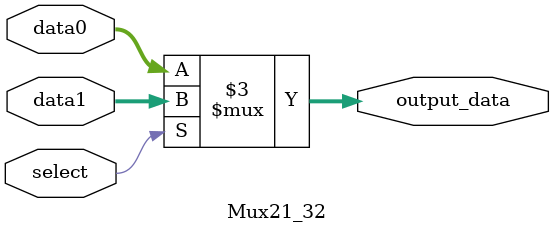
<source format=v>
module Mux21_32 (
  input wire [31:0] data0,
  input wire [31:0] data1,
  input wire select,
  output reg [31:0] output_data
);

always @(*)
begin
  if (select)
    output_data <= data1;
  else
    output_data <= data0;
end
endmodule
</source>
